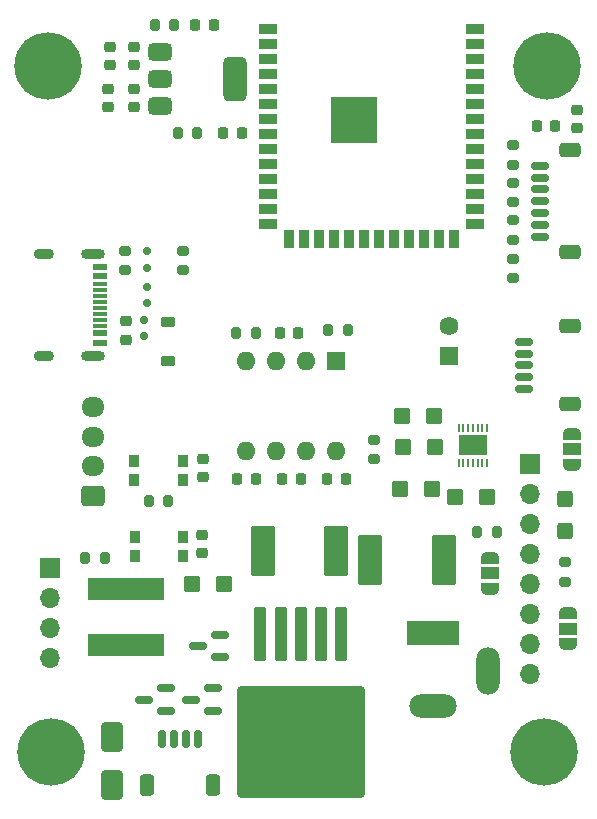
<source format=gbr>
%TF.GenerationSoftware,KiCad,Pcbnew,9.0.0*%
%TF.CreationDate,2025-03-15T13:55:50+00:00*%
%TF.ProjectId,LEDStrip,4c454453-7472-4697-902e-6b696361645f,rev?*%
%TF.SameCoordinates,Original*%
%TF.FileFunction,Soldermask,Top*%
%TF.FilePolarity,Negative*%
%FSLAX46Y46*%
G04 Gerber Fmt 4.6, Leading zero omitted, Abs format (unit mm)*
G04 Created by KiCad (PCBNEW 9.0.0) date 2025-03-15 13:55:50*
%MOMM*%
%LPD*%
G01*
G04 APERTURE LIST*
G04 Aperture macros list*
%AMRoundRect*
0 Rectangle with rounded corners*
0 $1 Rounding radius*
0 $2 $3 $4 $5 $6 $7 $8 $9 X,Y pos of 4 corners*
0 Add a 4 corners polygon primitive as box body*
4,1,4,$2,$3,$4,$5,$6,$7,$8,$9,$2,$3,0*
0 Add four circle primitives for the rounded corners*
1,1,$1+$1,$2,$3*
1,1,$1+$1,$4,$5*
1,1,$1+$1,$6,$7*
1,1,$1+$1,$8,$9*
0 Add four rect primitives between the rounded corners*
20,1,$1+$1,$2,$3,$4,$5,0*
20,1,$1+$1,$4,$5,$6,$7,0*
20,1,$1+$1,$6,$7,$8,$9,0*
20,1,$1+$1,$8,$9,$2,$3,0*%
%AMFreePoly0*
4,1,23,0.550000,-0.750000,0.000000,-0.750000,0.000000,-0.745722,-0.065263,-0.745722,-0.191342,-0.711940,-0.304381,-0.646677,-0.396677,-0.554381,-0.461940,-0.441342,-0.495722,-0.315263,-0.495722,-0.250000,-0.500000,-0.250000,-0.500000,0.250000,-0.495722,0.250000,-0.495722,0.315263,-0.461940,0.441342,-0.396677,0.554381,-0.304381,0.646677,-0.191342,0.711940,-0.065263,0.745722,0.000000,0.745722,
0.000000,0.750000,0.550000,0.750000,0.550000,-0.750000,0.550000,-0.750000,$1*%
%AMFreePoly1*
4,1,23,0.000000,0.745722,0.065263,0.745722,0.191342,0.711940,0.304381,0.646677,0.396677,0.554381,0.461940,0.441342,0.495722,0.315263,0.495722,0.250000,0.500000,0.250000,0.500000,-0.250000,0.495722,-0.250000,0.495722,-0.315263,0.461940,-0.441342,0.396677,-0.554381,0.304381,-0.646677,0.191342,-0.711940,0.065263,-0.745722,0.000000,-0.745722,0.000000,-0.750000,-0.550000,-0.750000,
-0.550000,0.750000,0.000000,0.750000,0.000000,0.745722,0.000000,0.745722,$1*%
G04 Aperture macros list end*
%ADD10RoundRect,0.150000X0.625000X-0.150000X0.625000X0.150000X-0.625000X0.150000X-0.625000X-0.150000X0*%
%ADD11RoundRect,0.250000X0.650000X-0.350000X0.650000X0.350000X-0.650000X0.350000X-0.650000X-0.350000X0*%
%ADD12FreePoly0,90.000000*%
%ADD13R,1.500000X1.000000*%
%ADD14FreePoly1,90.000000*%
%ADD15RoundRect,0.225000X-0.250000X0.225000X-0.250000X-0.225000X0.250000X-0.225000X0.250000X0.225000X0*%
%ADD16R,4.500000X2.000000*%
%ADD17O,4.000000X2.000000*%
%ADD18O,2.000000X4.000000*%
%ADD19RoundRect,0.200000X0.275000X-0.200000X0.275000X0.200000X-0.275000X0.200000X-0.275000X-0.200000X0*%
%ADD20C,5.700000*%
%ADD21RoundRect,0.250000X-0.650000X1.000000X-0.650000X-1.000000X0.650000X-1.000000X0.650000X1.000000X0*%
%ADD22RoundRect,0.250000X-0.450000X-0.425000X0.450000X-0.425000X0.450000X0.425000X-0.450000X0.425000X0*%
%ADD23R,1.600000X1.600000*%
%ADD24O,1.600000X1.600000*%
%ADD25RoundRect,0.150000X-0.200000X0.150000X-0.200000X-0.150000X0.200000X-0.150000X0.200000X0.150000X0*%
%ADD26RoundRect,0.225000X0.250000X-0.225000X0.250000X0.225000X-0.250000X0.225000X-0.250000X-0.225000X0*%
%ADD27RoundRect,0.250000X-0.650000X0.350000X-0.650000X-0.350000X0.650000X-0.350000X0.650000X0.350000X0*%
%ADD28RoundRect,0.150000X-0.625000X0.150000X-0.625000X-0.150000X0.625000X-0.150000X0.625000X0.150000X0*%
%ADD29RoundRect,0.150000X0.200000X-0.150000X0.200000X0.150000X-0.200000X0.150000X-0.200000X-0.150000X0*%
%ADD30RoundRect,0.218750X0.218750X0.256250X-0.218750X0.256250X-0.218750X-0.256250X0.218750X-0.256250X0*%
%ADD31RoundRect,0.200000X0.200000X0.275000X-0.200000X0.275000X-0.200000X-0.275000X0.200000X-0.275000X0*%
%ADD32RoundRect,0.225000X0.225000X0.250000X-0.225000X0.250000X-0.225000X-0.250000X0.225000X-0.250000X0*%
%ADD33R,0.900000X1.000000*%
%ADD34R,0.250000X0.700000*%
%ADD35R,2.350000X1.780000*%
%ADD36RoundRect,0.200000X-0.275000X0.200000X-0.275000X-0.200000X0.275000X-0.200000X0.275000X0.200000X0*%
%ADD37RoundRect,0.250000X-0.787500X-1.875000X0.787500X-1.875000X0.787500X1.875000X-0.787500X1.875000X0*%
%ADD38FreePoly0,270.000000*%
%ADD39FreePoly1,270.000000*%
%ADD40R,1.160000X0.600000*%
%ADD41R,1.160000X0.300000*%
%ADD42O,2.000000X0.900000*%
%ADD43O,1.700000X0.900000*%
%ADD44RoundRect,0.250000X-0.425000X0.450000X-0.425000X-0.450000X0.425000X-0.450000X0.425000X0.450000X0*%
%ADD45RoundRect,0.150000X-0.150000X-0.625000X0.150000X-0.625000X0.150000X0.625000X-0.150000X0.625000X0*%
%ADD46RoundRect,0.250000X-0.350000X-0.650000X0.350000X-0.650000X0.350000X0.650000X-0.350000X0.650000X0*%
%ADD47RoundRect,0.250000X0.725000X-0.600000X0.725000X0.600000X-0.725000X0.600000X-0.725000X-0.600000X0*%
%ADD48O,1.950000X1.700000*%
%ADD49RoundRect,0.150000X0.587500X0.150000X-0.587500X0.150000X-0.587500X-0.150000X0.587500X-0.150000X0*%
%ADD50RoundRect,0.225000X-0.375000X0.225000X-0.375000X-0.225000X0.375000X-0.225000X0.375000X0.225000X0*%
%ADD51RoundRect,0.250000X0.450000X0.425000X-0.450000X0.425000X-0.450000X-0.425000X0.450000X-0.425000X0*%
%ADD52RoundRect,0.225000X-0.225000X-0.250000X0.225000X-0.250000X0.225000X0.250000X-0.225000X0.250000X0*%
%ADD53R,1.700000X1.700000*%
%ADD54O,1.700000X1.700000*%
%ADD55RoundRect,0.200000X-0.200000X-0.275000X0.200000X-0.275000X0.200000X0.275000X-0.200000X0.275000X0*%
%ADD56R,1.500000X0.900000*%
%ADD57R,0.900000X1.500000*%
%ADD58C,0.600000*%
%ADD59R,3.900000X3.900000*%
%ADD60RoundRect,0.250000X-0.300000X2.050000X-0.300000X-2.050000X0.300000X-2.050000X0.300000X2.050000X0*%
%ADD61RoundRect,0.250002X-5.149998X4.449998X-5.149998X-4.449998X5.149998X-4.449998X5.149998X4.449998X0*%
%ADD62R,6.500000X1.920000*%
%ADD63RoundRect,0.102000X-0.689000X-0.689000X0.689000X-0.689000X0.689000X0.689000X-0.689000X0.689000X0*%
%ADD64C,1.582000*%
%ADD65RoundRect,0.375000X-0.625000X-0.375000X0.625000X-0.375000X0.625000X0.375000X-0.625000X0.375000X0*%
%ADD66RoundRect,0.500000X-0.500000X-1.400000X0.500000X-1.400000X0.500000X1.400000X-0.500000X1.400000X0*%
G04 APERTURE END LIST*
D10*
%TO.C,J4*%
X168925000Y-95300000D03*
X168925000Y-94300000D03*
X168925000Y-93300000D03*
X168925000Y-92300000D03*
X168925000Y-91300000D03*
D11*
X172800000Y-96600000D03*
X172800000Y-90000000D03*
%TD*%
D12*
%TO.C,JP2*%
X173000000Y-101700000D03*
D13*
X173000000Y-100400000D03*
D14*
X173000000Y-99100000D03*
%TD*%
D15*
%TO.C,C5*%
X135865000Y-66300000D03*
X135865000Y-67850000D03*
%TD*%
D16*
%TO.C,J5*%
X161200000Y-115950000D03*
D17*
X161200000Y-122150000D03*
D18*
X165900000Y-119150000D03*
%TD*%
D19*
%TO.C,R14*%
X172400000Y-111600000D03*
X172400000Y-109950000D03*
%TD*%
D20*
%TO.C,H3*%
X128600000Y-67950000D03*
%TD*%
D21*
%TO.C,D3*%
X134000000Y-124800000D03*
X134000000Y-128800000D03*
%TD*%
D22*
%TO.C,C15*%
X158400000Y-103800000D03*
X161100000Y-103800000D03*
%TD*%
D12*
%TO.C,JP1*%
X172600000Y-116900000D03*
D13*
X172600000Y-115600000D03*
D14*
X172600000Y-114300000D03*
%TD*%
D23*
%TO.C,U1*%
X153000000Y-92925000D03*
D24*
X150460000Y-92925000D03*
X147920000Y-92925000D03*
X145380000Y-92925000D03*
X145380000Y-100545000D03*
X147920000Y-100545000D03*
X150460000Y-100545000D03*
X153000000Y-100545000D03*
%TD*%
D25*
%TO.C,D5*%
X136760000Y-90850000D03*
X136760000Y-89450000D03*
%TD*%
D26*
%TO.C,C3*%
X135865000Y-71450000D03*
X135865000Y-69900000D03*
%TD*%
D27*
%TO.C,SW3*%
X172815000Y-75100000D03*
X172815000Y-83700000D03*
D28*
X170290000Y-82400000D03*
X170290000Y-76400000D03*
X170290000Y-77400000D03*
X170290000Y-81400000D03*
X170290000Y-78400000D03*
X170290000Y-79400000D03*
X170290000Y-80400000D03*
%TD*%
D19*
%TO.C,R2*%
X140000000Y-85225000D03*
X140000000Y-83575000D03*
%TD*%
D29*
%TO.C,D4*%
X136960000Y-83650000D03*
X136960000Y-85050000D03*
%TD*%
D30*
%TO.C,D6*%
X142665000Y-64450000D03*
X141090000Y-64450000D03*
%TD*%
D31*
%TO.C,R5*%
X154000000Y-90325000D03*
X152350000Y-90325000D03*
%TD*%
D32*
%TO.C,C7*%
X171565000Y-73050000D03*
X170015000Y-73050000D03*
%TD*%
D33*
%TO.C,SW2*%
X135950000Y-107800000D03*
X140050000Y-107800000D03*
X135950000Y-109400000D03*
X140050000Y-109400000D03*
%TD*%
D26*
%TO.C,C2*%
X133665000Y-71425000D03*
X133665000Y-69875000D03*
%TD*%
D34*
%TO.C,U6*%
X163387500Y-101525000D03*
X163787500Y-101525000D03*
X164187500Y-101525000D03*
X164587500Y-101525000D03*
X164987500Y-101525000D03*
X165387500Y-101525000D03*
X165787500Y-101525000D03*
X165787500Y-98575000D03*
X165387500Y-98575000D03*
X164987500Y-98575000D03*
X164587500Y-98575000D03*
X164187500Y-98575000D03*
X163787500Y-98575000D03*
X163387500Y-98575000D03*
D35*
X164587500Y-100050000D03*
%TD*%
D19*
%TO.C,R1*%
X135160000Y-85250000D03*
X135160000Y-83600000D03*
%TD*%
D36*
%TO.C,R11*%
X168015000Y-77850000D03*
X168015000Y-79500000D03*
%TD*%
D37*
%TO.C,CIN2*%
X146775000Y-109000000D03*
X153000000Y-109000000D03*
%TD*%
D29*
%TO.C,D2*%
X136960000Y-86650000D03*
X136960000Y-88050000D03*
%TD*%
D38*
%TO.C,JP3*%
X166000000Y-109600000D03*
D13*
X166000000Y-110900000D03*
D39*
X166000000Y-112200000D03*
%TD*%
D22*
%TO.C,COUT1*%
X140800000Y-111800000D03*
X143500000Y-111800000D03*
%TD*%
D15*
%TO.C,C4*%
X133865000Y-66325000D03*
X133865000Y-67875000D03*
%TD*%
D40*
%TO.C,J1*%
X132980000Y-84970000D03*
X132980000Y-85770000D03*
D41*
X132980000Y-86920000D03*
X132980000Y-87920000D03*
X132980000Y-88420000D03*
X132980000Y-89420000D03*
D40*
X132980000Y-90570000D03*
X132980000Y-91370000D03*
X132980000Y-91370000D03*
X132980000Y-90570000D03*
D41*
X132980000Y-89920000D03*
X132980000Y-88920000D03*
X132980000Y-87420000D03*
X132980000Y-86420000D03*
D40*
X132980000Y-85770000D03*
X132980000Y-84970000D03*
D42*
X132400000Y-83850000D03*
D43*
X128230000Y-83850000D03*
D42*
X132400000Y-92490000D03*
D43*
X128230000Y-92490000D03*
%TD*%
D44*
%TO.C,C18*%
X172400000Y-104600000D03*
X172400000Y-107300000D03*
%TD*%
D45*
%TO.C,J2*%
X138300000Y-124925000D03*
X139300000Y-124925000D03*
X140300000Y-124925000D03*
X141300000Y-124925000D03*
D46*
X137000000Y-128800000D03*
X142600000Y-128800000D03*
%TD*%
D47*
%TO.C,J3*%
X132400000Y-104350000D03*
D48*
X132400000Y-101850000D03*
X132400000Y-99350000D03*
X132400000Y-96850000D03*
%TD*%
D20*
%TO.C,H4*%
X128875000Y-126000000D03*
%TD*%
D32*
%TO.C,C11*%
X146200000Y-102925000D03*
X144650000Y-102925000D03*
%TD*%
D49*
%TO.C,Q1*%
X142600000Y-122550000D03*
X142600000Y-120650000D03*
X140725000Y-121600000D03*
%TD*%
D50*
%TO.C,D1*%
X138760000Y-89600000D03*
X138760000Y-92900000D03*
%TD*%
D51*
%TO.C,C19*%
X165800000Y-104400000D03*
X163100000Y-104400000D03*
%TD*%
D52*
%TO.C,C12*%
X148450000Y-102925000D03*
X150000000Y-102925000D03*
%TD*%
D53*
%TO.C,J6*%
X128800000Y-110460000D03*
D54*
X128800000Y-113000000D03*
X128800000Y-115540000D03*
X128800000Y-118080000D03*
%TD*%
D55*
%TO.C,R6*%
X144550000Y-90525000D03*
X146200000Y-90525000D03*
%TD*%
D36*
%TO.C,R16*%
X168015000Y-74650000D03*
X168015000Y-76300000D03*
%TD*%
D55*
%TO.C,R3*%
X137640000Y-64450000D03*
X139290000Y-64450000D03*
%TD*%
D36*
%TO.C,R10*%
X168015000Y-81000000D03*
X168015000Y-82650000D03*
%TD*%
D56*
%TO.C,U2*%
X147265000Y-64840000D03*
X147265000Y-66110000D03*
X147265000Y-67380000D03*
X147265000Y-68650000D03*
X147265000Y-69920000D03*
X147265000Y-71190000D03*
X147265000Y-72460000D03*
X147265000Y-73730000D03*
X147265000Y-75000000D03*
X147265000Y-76270000D03*
X147265000Y-77540000D03*
X147265000Y-78810000D03*
X147265000Y-80080000D03*
X147265000Y-81350000D03*
D57*
X149030000Y-82600000D03*
X150300000Y-82600000D03*
X151570000Y-82600000D03*
X152840000Y-82600000D03*
X154110000Y-82600000D03*
X155380000Y-82600000D03*
X156650000Y-82600000D03*
X157920000Y-82600000D03*
X159190000Y-82600000D03*
X160460000Y-82600000D03*
X161730000Y-82600000D03*
X163000000Y-82600000D03*
D56*
X164765000Y-81350000D03*
X164765000Y-80080000D03*
X164765000Y-78810000D03*
X164765000Y-77540000D03*
X164765000Y-76270000D03*
X164765000Y-75000000D03*
X164765000Y-73730000D03*
X164765000Y-72460000D03*
X164765000Y-71190000D03*
X164765000Y-69920000D03*
X164765000Y-68650000D03*
X164765000Y-67380000D03*
X164765000Y-66110000D03*
X164765000Y-64840000D03*
D58*
X153115000Y-71860000D03*
X153115000Y-73260000D03*
X153815000Y-71160000D03*
X153815000Y-72560000D03*
X153815000Y-73960000D03*
X154515000Y-71860000D03*
D59*
X154515000Y-72560000D03*
D58*
X154515000Y-73260000D03*
X155215000Y-71160000D03*
X155215000Y-72560000D03*
X155215000Y-73960000D03*
X155915000Y-71860000D03*
X155915000Y-73260000D03*
%TD*%
D51*
%TO.C,C17*%
X161300000Y-97600000D03*
X158600000Y-97600000D03*
%TD*%
D32*
%TO.C,C10*%
X149800000Y-90525000D03*
X148250000Y-90525000D03*
%TD*%
D37*
%TO.C,CIN1*%
X155887500Y-109800000D03*
X162112500Y-109800000D03*
%TD*%
D26*
%TO.C,C13*%
X141775000Y-102775000D03*
X141775000Y-101225000D03*
%TD*%
D15*
%TO.C,C1*%
X135195000Y-89570000D03*
X135195000Y-91120000D03*
%TD*%
D36*
%TO.C,R15*%
X168015000Y-84250000D03*
X168015000Y-85900000D03*
%TD*%
D31*
%TO.C,R12*%
X166600000Y-107400000D03*
X164950000Y-107400000D03*
%TD*%
D32*
%TO.C,C8*%
X145015000Y-73650000D03*
X143465000Y-73650000D03*
%TD*%
D49*
%TO.C,Q2*%
X138600000Y-122550000D03*
X138600000Y-120650000D03*
X136725000Y-121600000D03*
%TD*%
D33*
%TO.C,SW1*%
X135925000Y-101375000D03*
X140025000Y-101375000D03*
X135925000Y-102975000D03*
X140025000Y-102975000D03*
%TD*%
D60*
%TO.C,U3*%
X153400000Y-116050000D03*
X151700000Y-116050000D03*
X150000000Y-116050000D03*
D61*
X150000000Y-125200000D03*
D60*
X148300000Y-116050000D03*
X146600000Y-116050000D03*
%TD*%
D26*
%TO.C,C14*%
X141650000Y-109200000D03*
X141650000Y-107650000D03*
%TD*%
D62*
%TO.C,L1*%
X135200000Y-117010000D03*
X135200000Y-112190000D03*
%TD*%
D63*
%TO.C,MK1*%
X162600000Y-92540000D03*
D64*
X162600000Y-90000000D03*
%TD*%
D53*
%TO.C,J7*%
X169400000Y-101620000D03*
D54*
X169400000Y-104160000D03*
X169400000Y-106700000D03*
X169400000Y-109240000D03*
X169400000Y-111780000D03*
X169400000Y-114320000D03*
X169400000Y-116860000D03*
X169400000Y-119400000D03*
%TD*%
D52*
%TO.C,C9*%
X152250000Y-102925000D03*
X153800000Y-102925000D03*
%TD*%
D20*
%TO.C,H2*%
X170600000Y-126000000D03*
%TD*%
D55*
%TO.C,R4*%
X139615000Y-73650000D03*
X141265000Y-73650000D03*
%TD*%
D49*
%TO.C,Q3*%
X143200000Y-118000000D03*
X143200000Y-116100000D03*
X141325000Y-117050000D03*
%TD*%
D51*
%TO.C,C16*%
X161400000Y-100200000D03*
X158700000Y-100200000D03*
%TD*%
D31*
%TO.C,R8*%
X133400000Y-109600000D03*
X131750000Y-109600000D03*
%TD*%
%TO.C,R7*%
X138775000Y-104775000D03*
X137125000Y-104775000D03*
%TD*%
D19*
%TO.C,R13*%
X156175000Y-101250000D03*
X156175000Y-99600000D03*
%TD*%
D65*
%TO.C,U4*%
X138115000Y-66750000D03*
X138115000Y-69050000D03*
D66*
X144415000Y-69050000D03*
D65*
X138115000Y-71350000D03*
%TD*%
D26*
%TO.C,C6*%
X173415000Y-73200000D03*
X173415000Y-71650000D03*
%TD*%
D20*
%TO.C,H1*%
X170875000Y-67950000D03*
%TD*%
M02*

</source>
